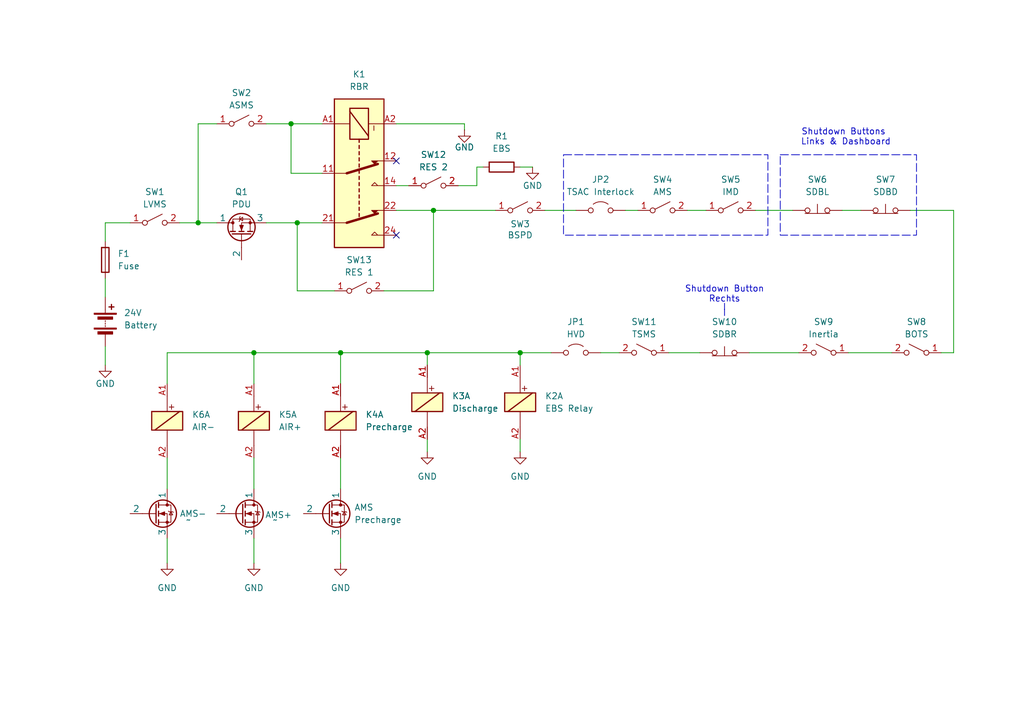
<source format=kicad_sch>
(kicad_sch (version 20231120) (generator "eeschema") (generator_version "8.0")
  (paper "A5")
  (lib_symbols
    (symbol "Device:Battery" (pin_numbers hide) (pin_names (offset 0) hide)
      (property "Reference" "BT" (at 2.54 2.54 0))
      (property "Value" "Battery" (at 2.54 0 0))
      (symbol "Battery_0_1"
        (rectangle (start -2.286 -1.27) (end 2.286 -1.524) (fill (type outline)))
        (rectangle (start -2.286 1.778) (end 2.286 1.524) (fill (type outline)))
        (rectangle (start -1.524 -2.032) (end 1.524 -2.54) (fill (type outline)))
        (rectangle (start -1.524 1.016) (end 1.524 0.508) (fill (type outline)))
        (polyline (pts (xy 0 -1.016) (xy 0 -0.762)))
        (polyline (pts (xy 0 -0.508) (xy 0 -0.254)))
        (polyline (pts (xy 0 0) (xy 0 0.254)))
        (polyline (pts (xy 0 1.778) (xy 0 2.54)))
        (polyline (pts (xy 0.762 3.048) (xy 1.778 3.048)) (stroke (width 0.254)))
        (polyline (pts (xy 1.27 3.556) (xy 1.27 2.54)) (stroke (width 0.254)))
      )
      (symbol "Battery_1_1"
        (pin passive line (at 0 5.08 270) (length 2.54) (name "+") (number "1"))
        (pin passive line (at 0 -5.08 90) (length 2.54) (name "-") (number "2"))
      )
    )
    (symbol "Device:Fuse" (pin_numbers hide) (pin_names (offset 0))
      (property "Reference" "F" (at 2.032 0 90))
      (property "Value" "Fuse" (at -1.905 0 90))
      (symbol "Fuse_0_1"
        (rectangle (start -0.762 -2.54) (end 0.762 2.54) (stroke (width 0.254)))
        (polyline (pts (xy 0 2.54) (xy 0 -2.54)))
      )
      (symbol "Fuse_1_1"
        (pin passive line (at 0 3.81 270) (length 1.27) (name "~") (number "1"))
        (pin passive line (at 0 -3.81 90) (length 1.27) (name "~") (number "2"))
      )
    )
    (symbol "FaSTTUBe_PnP:0Ω" (pin_numbers hide) (pin_names (offset 0))
      (property "Reference" "R" (at 2.032 0 90))
      (property "Value" "0Ω" (at -2.54 0 90))
      (symbol "0Ω_0_1"
        (rectangle (start -1.016 -2.54) (end 1.016 2.54) (stroke (width 0.254)))
      )
      (symbol "0Ω_1_1"
        (pin passive line (at 0 3.81 270) (length 1.27) (name "~") (number "1"))
        (pin passive line (at 0 -3.81 90) (length 1.27) (name "~") (number "2"))
      )
    )
    (symbol "Jumper:Jumper_2_Open" (pin_numbers hide) (pin_names (offset 0) hide) (exclude_from_sim yes)
      (property "Reference" "JP" (at 0 2.794 0))
      (property "Value" "Jumper_2_Open" (at 0 -2.286 0))
      (symbol "Jumper_2_Open_0_0"
        (circle (center -2.032 0) (radius 0.508))
        (circle (center 2.032 0) (radius 0.508))
      )
      (symbol "Jumper_2_Open_0_1"
        (arc (start 1.524 1.27) (mid 0 1.778) (end -1.524 1.27))
      )
      (symbol "Jumper_2_Open_1_1"
        (pin passive line (at -5.08 0 0) (length 2.54) (name "A") (number "1"))
        (pin passive line (at 5.08 0 180) (length 2.54) (name "B") (number "2"))
      )
    )
    (symbol "NMOS_1" (pin_numbers hide) (pin_names (offset 0))
      (property "Reference" "Q2" (at 6.35 1.2701 0))
      (property "Value" "NMOS" (at 6.35 -1.2699 0))
      (symbol "NMOS_1_0_1"
        (polyline (pts (xy 0.254 0) (xy -2.54 0)))
        (polyline (pts (xy 0.254 1.905) (xy 0.254 -1.905)) (stroke (width 0.254)))
        (polyline (pts (xy 0.762 -1.27) (xy 0.762 -2.286)) (stroke (width 0.254)))
        (polyline (pts (xy 0.762 0.508) (xy 0.762 -0.508)) (stroke (width 0.254)))
        (polyline (pts (xy 0.762 2.286) (xy 0.762 1.27)) (stroke (width 0.254)))
        (polyline (pts (xy 2.54 2.54) (xy 2.54 1.778)))
        (polyline (pts (xy 2.54 -2.54) (xy 2.54 0) (xy 0.762 0)))
        (polyline (pts (xy 0.762 -1.778) (xy 3.302 -1.778) (xy 3.302 1.778) (xy 0.762 1.778)))
        (polyline (pts (xy 1.016 0) (xy 2.032 0.381) (xy 2.032 -0.381) (xy 1.016 0)) (fill (type outline)))
        (polyline (pts (xy 2.794 0.508) (xy 2.921 0.381) (xy 3.683 0.381) (xy 3.81 0.254)))
        (polyline (pts (xy 3.302 0.381) (xy 2.921 -0.254) (xy 3.683 -0.254) (xy 3.302 0.381)))
        (circle (center 1.651 0) (radius 2.794) (stroke (width 0.254)))
        (circle (center 2.54 -1.778) (radius 0.254) (fill (type outline)))
        (circle (center 2.54 1.778) (radius 0.254) (fill (type outline)))
      )
      (symbol "NMOS_1_1_1"
        (pin passive line (at 2.54 5.08 270) (length 2.54) (name "1") (number "1"))
        (pin input line (at -5.08 0 0) (length 2.54) (name "2") (number "2"))
        (pin passive line (at 2.54 -5.08 90) (length 2.54) (name "3") (number "3"))
      )
    )
    (symbol "NMOS_2" (pin_numbers hide) (pin_names (offset 0))
      (property "Reference" "AMS+" (at 6.35 1.2701 0))
      (property "Value" "NMOS" (at 6.35 -1.2699 0))
      (symbol "NMOS_2_0_1"
        (polyline (pts (xy 0.254 0) (xy -2.54 0)))
        (polyline (pts (xy 0.254 1.905) (xy 0.254 -1.905)) (stroke (width 0.254)))
        (polyline (pts (xy 0.762 -1.27) (xy 0.762 -2.286)) (stroke (width 0.254)))
        (polyline (pts (xy 0.762 0.508) (xy 0.762 -0.508)) (stroke (width 0.254)))
        (polyline (pts (xy 0.762 2.286) (xy 0.762 1.27)) (stroke (width 0.254)))
        (polyline (pts (xy 2.54 2.54) (xy 2.54 1.778)))
        (polyline (pts (xy 2.54 -2.54) (xy 2.54 0) (xy 0.762 0)))
        (polyline (pts (xy 0.762 -1.778) (xy 3.302 -1.778) (xy 3.302 1.778) (xy 0.762 1.778)))
        (polyline (pts (xy 1.016 0) (xy 2.032 0.381) (xy 2.032 -0.381) (xy 1.016 0)) (fill (type outline)))
        (polyline (pts (xy 2.794 0.508) (xy 2.921 0.381) (xy 3.683 0.381) (xy 3.81 0.254)))
        (polyline (pts (xy 3.302 0.381) (xy 2.921 -0.254) (xy 3.683 -0.254) (xy 3.302 0.381)))
        (circle (center 1.651 0) (radius 2.794) (stroke (width 0.254)))
        (circle (center 2.54 -1.778) (radius 0.254) (fill (type outline)))
        (circle (center 2.54 1.778) (radius 0.254) (fill (type outline)))
      )
      (symbol "NMOS_2_1_1"
        (pin passive line (at 2.54 5.08 270) (length 2.54) (name "1") (number "1"))
        (pin input line (at -5.08 0 0) (length 2.54) (name "2") (number "2"))
        (pin passive line (at 2.54 -5.08 90) (length 2.54) (name "3") (number "3"))
      )
    )
    (symbol "NMOS_3" (pin_numbers hide) (pin_names (offset 0))
      (property "Reference" "AMS-" (at 6.35 1.2701 0))
      (property "Value" "NMOS" (at 6.35 -1.2699 0))
      (symbol "NMOS_3_0_1"
        (polyline (pts (xy 0.254 0) (xy -2.54 0)))
        (polyline (pts (xy 0.254 1.905) (xy 0.254 -1.905)) (stroke (width 0.254)))
        (polyline (pts (xy 0.762 -1.27) (xy 0.762 -2.286)) (stroke (width 0.254)))
        (polyline (pts (xy 0.762 0.508) (xy 0.762 -0.508)) (stroke (width 0.254)))
        (polyline (pts (xy 0.762 2.286) (xy 0.762 1.27)) (stroke (width 0.254)))
        (polyline (pts (xy 2.54 2.54) (xy 2.54 1.778)))
        (polyline (pts (xy 2.54 -2.54) (xy 2.54 0) (xy 0.762 0)))
        (polyline (pts (xy 0.762 -1.778) (xy 3.302 -1.778) (xy 3.302 1.778) (xy 0.762 1.778)))
        (polyline (pts (xy 1.016 0) (xy 2.032 0.381) (xy 2.032 -0.381) (xy 1.016 0)) (fill (type outline)))
        (polyline (pts (xy 2.794 0.508) (xy 2.921 0.381) (xy 3.683 0.381) (xy 3.81 0.254)))
        (polyline (pts (xy 3.302 0.381) (xy 2.921 -0.254) (xy 3.683 -0.254) (xy 3.302 0.381)))
        (circle (center 1.651 0) (radius 2.794) (stroke (width 0.254)))
        (circle (center 2.54 -1.778) (radius 0.254) (fill (type outline)))
        (circle (center 2.54 1.778) (radius 0.254) (fill (type outline)))
      )
      (symbol "NMOS_3_1_1"
        (pin passive line (at 2.54 5.08 270) (length 2.54) (name "1") (number "1"))
        (pin input line (at -5.08 0 0) (length 2.54) (name "2") (number "2"))
        (pin passive line (at 2.54 -5.08 90) (length 2.54) (name "3") (number "3"))
      )
    )
    (symbol "Relay:AZ850P1-x"
      (property "Reference" "K1" (at -20.32 0 90))
      (property "Value" "RSR" (at -17.78 0 90))
      (symbol "AZ850P1-x_0_0"
        (text "-" (at -9.271 2.921 0) (effects (font (size 1.27 1.27))))
      )
      (symbol "AZ850P1-x_0_1"
        (rectangle (start -15.24 5.08) (end 15.24 -5.08) (stroke (width 0.254)) (fill (type background)))
        (rectangle (start -13.335 1.905) (end -6.985 -1.905) (stroke (width 0.254)))
        (polyline (pts (xy -12.7 -1.905) (xy -7.62 1.905)) (stroke (width 0.254)))
        (polyline (pts (xy -10.16 -5.08) (xy -10.16 -1.905)))
        (polyline (pts (xy -10.16 5.08) (xy -10.16 1.905)))
        (polyline (pts (xy -6.985 0) (xy -6.35 0)) (stroke (width 0.254)))
        (polyline (pts (xy -5.715 0) (xy -5.08 0)) (stroke (width 0.254)))
        (polyline (pts (xy -4.445 0) (xy -3.81 0)) (stroke (width 0.254)))
        (polyline (pts (xy -3.175 0) (xy -2.54 0)) (stroke (width 0.254)))
        (polyline (pts (xy -1.905 0) (xy -1.27 0)) (stroke (width 0.254)))
        (polyline (pts (xy -0.635 0) (xy 0 0)) (stroke (width 0.254)))
        (polyline (pts (xy 0 -2.54) (xy -1.905 3.81)) (stroke (width 0.508)))
        (polyline (pts (xy 0 -2.54) (xy 0 -5.08)))
        (polyline (pts (xy 0.635 0) (xy 1.27 0)) (stroke (width 0.254)))
        (polyline (pts (xy 1.905 0) (xy 2.54 0)) (stroke (width 0.254)))
        (polyline (pts (xy 3.175 0) (xy 3.81 0)) (stroke (width 0.254)))
        (polyline (pts (xy 4.445 0) (xy 5.08 0)) (stroke (width 0.254)))
        (polyline (pts (xy 5.715 0) (xy 6.35 0)) (stroke (width 0.254)))
        (polyline (pts (xy 6.985 0) (xy 7.62 0)) (stroke (width 0.254)))
        (polyline (pts (xy 8.255 0) (xy 8.89 0)) (stroke (width 0.254)))
        (polyline (pts (xy 10.16 -2.54) (xy 8.255 3.81)) (stroke (width 0.508)))
        (polyline (pts (xy 10.16 -2.54) (xy 10.16 -5.08)))
        (polyline (pts (xy -2.54 5.08) (xy -2.54 2.54) (xy -1.905 3.175) (xy -2.54 3.81)) (fill (type outline)))
        (polyline (pts (xy 2.54 5.08) (xy 2.54 2.54) (xy 1.905 3.175) (xy 2.54 3.81)))
        (polyline (pts (xy 7.62 5.08) (xy 7.62 2.54) (xy 8.255 3.175) (xy 7.62 3.81)) (fill (type outline)))
        (polyline (pts (xy 12.7 5.08) (xy 12.7 2.54) (xy 12.065 3.175) (xy 12.7 3.81)))
      )
      (symbol "AZ850P1-x_1_1"
        (pin passive line (at 0 -7.62 90) (length 2.54) (name "~") (number "11"))
        (pin passive line (at -2.54 7.62 270) (length 2.54) (name "~") (number "12"))
        (pin passive line (at 2.54 7.62 270) (length 2.54) (name "~") (number "14"))
        (pin passive line (at 10.16 -7.62 90) (length 2.54) (name "~") (number "21"))
        (pin passive line (at 7.62 7.62 270) (length 2.54) (name "~") (number "22"))
        (pin passive line (at 12.7 7.62 270) (length 2.54) (name "~") (number "24"))
        (pin passive line (at -10.16 -7.62 90) (length 2.54) (name "") (number "A1"))
        (pin passive line (at -10.16 7.62 270) (length 2.54) (name "~") (number "A2"))
      )
    )
    (symbol "Relay:COTO_3660_Split"
      (property "Reference" "K" (at 5.08 2.54 0))
      (property "Value" "COTO_3660_Split" (at 5.08 0 0))
      (symbol "COTO_3660_Split_1_0"
        (text "+" (at 0.889 2.921 0) (effects (font (size 1.27 1.27))))
      )
      (symbol "COTO_3660_Split_1_1"
        (rectangle (start -3.175 1.905) (end 3.175 -1.905) (stroke (width 0.254)) (fill (type background)))
        (polyline (pts (xy -2.54 -1.905) (xy 2.54 1.905)) (stroke (width 0.254)))
        (polyline (pts (xy 0 -5.08) (xy 0 -1.905)))
        (polyline (pts (xy 0 5.08) (xy 0 1.905)))
        (pin passive line (at 0 7.62 270) (length 2.54) (name "~") (number "A1"))
        (pin passive line (at 0 -7.62 90) (length 2.54) (name "~") (number "A2"))
      )
      (symbol "COTO_3660_Split_2_1"
        (polyline (pts (xy -3.175 0) (xy -2.54 0)) (stroke (width 0.254)))
        (polyline (pts (xy -1.905 0) (xy -1.27 0)) (stroke (width 0.254)))
        (polyline (pts (xy 0 2.54) (xy -1.905 -3.81)) (stroke (width 0.508)))
        (polyline (pts (xy 0 2.54) (xy 0 5.08)))
        (polyline (pts (xy 0 -5.08) (xy 0 -2.54) (xy -0.635 -3.175) (xy 0 -3.81)))
        (pin passive line (at 0 7.62 270) (length 2.54) (name "~") (number "13"))
        (pin passive line (at 0 -7.62 90) (length 2.54) (name "~") (number "14"))
      )
      (symbol "COTO_3660_Split_3_1"
        (polyline (pts (xy -3.175 0) (xy -2.54 0)) (stroke (width 0.254)))
        (polyline (pts (xy -1.905 0) (xy -1.27 0)) (stroke (width 0.254)))
        (polyline (pts (xy 0 2.54) (xy -1.905 -3.81)) (stroke (width 0.508)))
        (polyline (pts (xy 0 2.54) (xy 0 5.08)))
        (polyline (pts (xy 0 -5.08) (xy 0 -2.54) (xy -0.635 -3.175) (xy 0 -3.81)))
        (pin passive line (at 0 7.62 270) (length 2.54) (name "~") (number "23"))
        (pin passive line (at 0 -7.62 90) (length 2.54) (name "~") (number "24"))
      )
      (symbol "COTO_3660_Split_4_1"
        (polyline (pts (xy -3.175 0) (xy -2.54 0)) (stroke (width 0.254)))
        (polyline (pts (xy -1.905 0) (xy -1.27 0)) (stroke (width 0.254)))
        (polyline (pts (xy 0 2.54) (xy -1.905 -3.81)) (stroke (width 0.508)))
        (polyline (pts (xy 0 2.54) (xy 0 5.08)))
        (polyline (pts (xy 1.27 3.81) (xy 1.27 -3.81)) (stroke (width 0) (type dash)))
        (polyline (pts (xy 0 5.08) (xy 1.27 5.08) (xy 1.27 3.81)))
        (polyline (pts (xy 0 -5.08) (xy 0 -2.54) (xy -0.635 -3.175) (xy 0 -3.81)))
        (circle (center 0 5.08) (radius 0.1524))
        (pin passive line (at 0 7.62 270) (length 2.54) (name "~") (number "33"))
        (pin passive line (at 0 -7.62 90) (length 2.54) (name "~") (number "34"))
      )
    )
    (symbol "Simulation_SPICE:NMOS" (pin_numbers hide) (pin_names (offset 0))
      (property "Reference" "Q1" (at 8.89 0 90))
      (property "Value" "PDU" (at 6.35 0 90))
      (symbol "NMOS_0_1"
        (polyline (pts (xy 0.254 0) (xy -2.54 0)))
        (polyline (pts (xy 0.254 1.905) (xy 0.254 -1.905)) (stroke (width 0.254)))
        (polyline (pts (xy 0.762 -1.27) (xy 0.762 -2.286)) (stroke (width 0.254)))
        (polyline (pts (xy 0.762 0.508) (xy 0.762 -0.508)) (stroke (width 0.254)))
        (polyline (pts (xy 0.762 2.286) (xy 0.762 1.27)) (stroke (width 0.254)))
        (polyline (pts (xy 2.54 2.54) (xy 2.54 1.778)))
        (polyline (pts (xy 2.54 -2.54) (xy 2.54 0) (xy 0.762 0)))
        (polyline (pts (xy 0.762 -1.778) (xy 3.302 -1.778) (xy 3.302 1.778) (xy 0.762 1.778)))
        (polyline (pts (xy 1.016 0) (xy 2.032 0.381) (xy 2.032 -0.381) (xy 1.016 0)) (fill (type outline)))
        (polyline (pts (xy 2.794 0.508) (xy 2.921 0.381) (xy 3.683 0.381) (xy 3.81 0.254)))
        (polyline (pts (xy 3.302 0.381) (xy 2.921 -0.254) (xy 3.683 -0.254) (xy 3.302 0.381)))
        (circle (center 1.651 0) (radius 2.794) (stroke (width 0.254)))
        (circle (center 2.54 -1.778) (radius 0.254) (fill (type outline)))
        (circle (center 2.54 1.778) (radius 0.254) (fill (type outline)))
      )
      (symbol "NMOS_1_1"
        (pin input line (at -5.08 0 0) (length 2.54) (name "2") (number ""))
        (pin passive line (at 2.54 5.08 270) (length 2.54) (name "1") (number "1"))
        (pin passive line (at 2.54 -5.08 90) (length 2.54) (name "3") (number "3"))
      )
    )
    (symbol "Switch:SW_Push_Open" (pin_numbers hide) (pin_names (offset 1.016) hide)
      (property "Reference" "SW" (at 0 2.54 0))
      (property "Value" "SW_Push_Open" (at 0 -1.905 0))
      (symbol "SW_Push_Open_0_1"
        (circle (center -2.032 0) (radius 0.508))
        (polyline (pts (xy -2.54 -0.635) (xy 2.54 -0.635)))
        (polyline (pts (xy 0 -0.635) (xy 0 1.27)))
        (circle (center 2.032 0) (radius 0.508))
        (pin passive line (at -5.08 0 0) (length 2.54) (name "A") (number "1"))
      )
      (symbol "SW_Push_Open_1_1"
        (pin passive line (at 5.08 0 180) (length 2.54) (name "B") (number "2"))
      )
    )
    (symbol "Switch:SW_SPST" (pin_names (offset 0) hide)
      (property "Reference" "SW" (at 0 3.175 0))
      (property "Value" "SW_SPST" (at 0 -2.54 0))
      (symbol "SW_SPST_0_0"
        (circle (center -2.032 0) (radius 0.508))
        (polyline (pts (xy -1.524 0.254) (xy 1.524 1.778)))
        (circle (center 2.032 0) (radius 0.508))
      )
      (symbol "SW_SPST_1_1"
        (pin passive line (at -5.08 0 0) (length 2.54) (name "A") (number "1"))
        (pin passive line (at 5.08 0 180) (length 2.54) (name "B") (number "2"))
      )
    )
    (symbol "power:GND" (power) (pin_numbers hide) (pin_names (offset 0) hide)
      (property "Value" "GND" (at 0 -3.81 0))
      (symbol "GND_0_1"
        (polyline (pts (xy 0 0) (xy 0 -1.27) (xy 1.27 -1.27) (xy 0 -2.54) (xy -1.27 -1.27) (xy 0 -1.27)))
      )
      (symbol "GND_1_1"
        (pin power_in line (at 0 0 270) (length 0) (name "~") (number "1"))
      )
    )
  )
  (junction (at 69.85 72.39))
  (junction (at 59.69 25.4))
  (junction (at 40.64 45.72))
  (junction (at 106.68 72.39))
  (junction (at 60.96 45.72))
  (junction (at 52.07 72.39))
  (junction (at 87.63 72.39))
  (junction (at 88.9 43.18))
  (no_connect (at 81.28 33.02))
  (no_connect (at 81.28 48.26))
  (wire (pts (xy 97.79 34.29) (xy 99.06 34.29)))
  (wire (pts (xy 54.61 25.4) (xy 59.69 25.4)))
  (wire (pts (xy 97.79 38.1) (xy 93.98 38.1)))
  (wire (pts (xy 34.29 72.39) (xy 52.07 72.39)))
  (wire (pts (xy 128.27 43.18) (xy 130.81 43.18)))
  (wire (pts (xy 81.28 43.18) (xy 88.9 43.18)))
  (wire (pts (xy 34.29 93.98) (xy 34.29 100.33)))
  (wire (pts (xy 109.22 34.29) (xy 106.68 34.29)))
  (wire (pts (xy 111.76 43.18) (xy 118.11 43.18)))
  (wire (pts (xy 60.96 45.72) (xy 66.04 45.72)))
  (wire (pts (xy 97.79 34.29) (xy 97.79 38.1)))
  (wire (pts (xy 193.04 72.39) (xy 195.58 72.39)))
  (wire (pts (xy 60.96 59.69) (xy 68.58 59.69)))
  (wire (pts (xy 69.85 72.39) (xy 69.85 78.74)))
  (wire (pts (xy 87.63 72.39) (xy 87.63 74.93)))
  (wire (pts (xy 186.69 43.18) (xy 195.58 43.18)))
  (wire (pts (xy 195.58 43.18) (xy 195.58 72.39)))
  (wire (pts (xy 59.69 25.4) (xy 59.69 35.56)))
  (wire (pts (xy 137.16 72.39) (xy 143.51 72.39)))
  (wire (pts (xy 154.94 43.18) (xy 162.56 43.18)))
  (wire (pts (xy 21.59 45.72) (xy 26.67 45.72)))
  (wire (pts (xy 52.07 72.39) (xy 69.85 72.39)))
  (wire (pts (xy 54.61 45.72) (xy 60.96 45.72)))
  (wire (pts (xy 69.85 72.39) (xy 87.63 72.39)))
  (wire (pts (xy 153.67 72.39) (xy 163.83 72.39)))
  (wire (pts (xy 172.72 43.18) (xy 176.53 43.18)))
  (wire (pts (xy 88.9 59.69) (xy 88.9 43.18)))
  (wire (pts (xy 40.64 45.72) (xy 44.45 45.72)))
  (wire (pts (xy 81.28 38.1) (xy 83.82 38.1)))
  (wire (pts (xy 87.63 72.39) (xy 106.68 72.39)))
  (wire (pts (xy 44.45 25.4) (xy 40.64 25.4)))
  (wire (pts (xy 88.9 43.18) (xy 101.6 43.18)))
  (wire (pts (xy 69.85 93.98) (xy 69.85 100.33)))
  (wire (pts (xy 34.29 72.39) (xy 34.29 78.74)))
  (wire (pts (xy 52.07 93.98) (xy 52.07 100.33)))
  (wire (pts (xy 81.28 25.4) (xy 95.25 25.4)))
  (wire (pts (xy 106.68 72.39) (xy 106.68 74.93)))
  (wire (pts (xy 87.63 90.17) (xy 87.63 92.71)))
  (wire (pts (xy 78.74 59.69) (xy 88.9 59.69)))
  (wire (pts (xy 123.19 72.39) (xy 127 72.39)))
  (wire (pts (xy 21.59 57.15) (xy 21.59 60.96)))
  (wire (pts (xy 36.83 45.72) (xy 40.64 45.72)))
  (wire (pts (xy 34.29 110.49) (xy 34.29 115.57)))
  (wire (pts (xy 21.59 71.12) (xy 21.59 74.93)))
  (wire (pts (xy 21.59 45.72) (xy 21.59 49.53)))
  (wire (pts (xy 59.69 35.56) (xy 66.04 35.56)))
  (wire (pts (xy 52.07 110.49) (xy 52.07 115.57)))
  (wire (pts (xy 59.69 25.4) (xy 66.04 25.4)))
  (wire (pts (xy 173.99 72.39) (xy 182.88 72.39)))
  (wire (pts (xy 69.85 110.49) (xy 69.85 115.57)))
  (wire (pts (xy 106.68 90.17) (xy 106.68 92.71)))
  (wire (pts (xy 60.96 45.72) (xy 60.96 59.69)))
  (wire (pts (xy 106.68 72.39) (xy 113.03 72.39)))
  (wire (pts (xy 140.97 43.18) (xy 144.78 43.18)))
  (wire (pts (xy 40.64 25.4) (xy 40.64 45.72)))
  (wire (pts (xy 52.07 72.39) (xy 52.07 78.74)))
  (wire (pts (xy 95.25 25.4) (xy 95.25 26.67)))
  (rectangle (start 148.59 63.5) (end 148.59 63.5))
  (rectangle (start 148.59 63.5) (end 148.59 63.5))
  (rectangle (start 160.02 31.75) (end 187.96 48.26) (stroke (width 0) (type dash)))
  (rectangle (start 148.59 63.5) (end 148.59 63.5))
  (rectangle (start 115.57 31.75) (end 157.48 48.26) (stroke (width 0) (type dash)))
  (rectangle (start 148.59 62.23) (end 148.59 64.77))
  (text "Shutdown Button\nRechts" (at 148.59 60.452 0) (effects (font (size 1.27 1.27))))
  (text "Shutdown Buttons \nLinks & Dashboard" (at 173.482 28.194 0) (effects (font (size 1.27 1.27))))
  (symbol (lib_id "Simulation_SPICE:NMOS") (at 49.53 48.26 90) (unit 1)
    (property "Reference" "Q1" (at 49.53 39.37 90))
    (property "Value" "PDU" (at 49.53 41.91 90))
    (property "Datasheet" "https://ngspice.sourceforge.io/docs/ngspice-html-manual/manual.xhtml#cha_MOSFETs" (effects (hide yes)))
    (property "Description" "N-MOSFET transistor, drain/source/gate" (effects (hide yes)))
    (property "Sim.Device" "NMOS" (effects (hide yes)))
    (property "Sim.Type" "VDMOS" (effects (hide yes)))
    (property "Sim.Pins" "1=D 2=G 3=S" (effects (hide yes)))
  )
  (symbol (lib_id "Device:Battery") (at 21.59 66.04 0) (unit 1)
    (property "Reference" "24V" (at 25.4 64.1984 0) (effects (justify left)))
    (property "Value" "Battery" (at 25.4 66.7384 0) (effects (justify left)))
    (property "Description" "Multiple-cell battery" (effects (hide yes)))
  )
  (symbol (lib_id "Relay:COTO_3660_Split") (at 106.68 82.55 0) (unit 1)
    (property "Reference" "K2" (at 111.76 81.2799 0) (effects (justify left)))
    (property "Value" "EBS Relay" (at 111.76 83.8199 0) (effects (justify left)))
    (property "Footprint" "Relay_THT:Relay_3PST_COTO_3660" (effects (hide yes)))
    (property "Datasheet" "https://cotorelay.com/wp-content/uploads/2014/09/3600_series_reed_relay_datasheet.pdf" (effects (hide yes)))
    (property "Description" "Low thermal EMF 3PST-NO reed relay, 150V 0.25A, similar to 3650 but with shared shield/contact, 30.48x16.76x12.06mm" (effects (hide yes)))
  )
  (symbol (lib_id "Switch:SW_Push_Open") (at 148.59 72.39 0) (unit 1)
    (property "Reference" "SW10" (at 148.59 66.04 0))
    (property "Value" "SDBR" (at 148.59 68.58 0))
    (property "Description" "Push button switch, push-to-open, generic, two pins" (effects (hide yes)))
  )
  (symbol (lib_id "Relay:AZ850P1-x") (at 73.66 35.56 270) (unit 1)
    (property "Reference" "K1" (at 73.66 15.24 90))
    (property "Value" "RBR" (at 73.66 17.78 90))
    (property "Footprint" "Relay_THT:Relay_DPDT_FRT5" (effects (hide yes)))
    (property "Datasheet" "http://www.azettler.com/pdfs/az850.pdf" (effects (hide yes)))
    (property "Description" "American Zettler, Microminiature Polarised Dual Pole Relay Bistable" (effects (hide yes)))
  )
  (symbol (lib_name "NMOS_2") (lib_id "Simulation_SPICE:NMOS") (at 49.53 105.41 0) (unit 1)
    (property "Reference" "AMS+" (at 54.356 105.664 0) (effects (justify left)))
    (property "Value" "~" (at 55.88 106.68 0) (effects (justify left)))
    (property "Datasheet" "https://ngspice.sourceforge.io/docs/ngspice-html-manual/manual.xhtml#cha_MOSFETs" (effects (hide yes)))
    (property "Description" "N-MOSFET transistor, drain/source/gate" (effects (hide yes)))
    (property "Sim.Device" "NMOS" (effects (hide yes)))
    (property "Sim.Type" "VDMOS" (effects (hide yes)))
    (property "Sim.Pins" "1=D 2=G 3=S" (effects (hide yes)))
  )
  (symbol (lib_id "Relay:COTO_3660_Split") (at 87.63 82.55 0) (unit 1)
    (property "Reference" "K3" (at 92.71 81.2799 0) (effects (justify left)))
    (property "Value" "Discharge" (at 92.71 83.8199 0) (effects (justify left)))
    (property "Footprint" "Relay_THT:Relay_3PST_COTO_3660" (effects (hide yes)))
    (property "Datasheet" "https://cotorelay.com/wp-content/uploads/2014/09/3600_series_reed_relay_datasheet.pdf" (effects (hide yes)))
    (property "Description" "Low thermal EMF 3PST-NO reed relay, 150V 0.25A, similar to 3650 but with shared shield/contact, 30.48x16.76x12.06mm" (effects (hide yes)))
  )
  (symbol (lib_name "NMOS_3") (lib_id "Simulation_SPICE:NMOS") (at 31.75 105.41 0) (unit 1)
    (property "Reference" "AMS-" (at 36.83 105.41 0) (effects (justify left)))
    (property "Value" "~" (at 38.1 106.68 0) (effects (justify left)))
    (property "Datasheet" "https://ngspice.sourceforge.io/docs/ngspice-html-manual/manual.xhtml#cha_MOSFETs" (effects (hide yes)))
    (property "Description" "N-MOSFET transistor, drain/source/gate" (effects (hide yes)))
    (property "Sim.Device" "NMOS" (effects (hide yes)))
    (property "Sim.Type" "VDMOS" (effects (hide yes)))
    (property "Sim.Pins" "1=D 2=G 3=S" (effects (hide yes)))
  )
  (symbol (lib_id "Device:Fuse") (at 21.59 53.34 0) (unit 1)
    (property "Reference" "F1" (at 24.13 52.0699 0) (effects (justify left)))
    (property "Value" "Fuse" (at 24.13 54.6099 0) (effects (justify left)))
    (property "Description" "Fuse" (effects (hide yes)))
  )
  (symbol (lib_id "power:GND") (at 87.63 92.71 0) (unit 1)
    (property "Reference" "#PWR07" (effects (hide yes)))
    (property "Value" "GND" (at 87.63 97.79 0))
    (property "Description" "Power symbol creates a global label with name \"GND\" , ground" (effects (hide yes)))
  )
  (symbol (lib_id "power:GND") (at 95.25 26.67 0) (unit 1)
    (property "Reference" "#PWR02" (effects (hide yes)))
    (property "Value" "GND" (at 95.25 30.226 0))
    (property "Description" "Power symbol creates a global label with name \"GND\" , ground" (effects (hide yes)))
  )
  (symbol (lib_id "Switch:SW_SPST") (at 31.75 45.72 0) (unit 1)
    (property "Reference" "SW1" (at 31.75 39.37 0))
    (property "Value" "LVMS" (at 31.75 41.91 0))
    (property "Description" "Single Pole Single Throw (SPST) switch" (effects (hide yes)))
  )
  (symbol (lib_id "power:GND") (at 106.68 92.71 0) (unit 1)
    (property "Reference" "#PWR08" (effects (hide yes)))
    (property "Value" "GND" (at 106.68 97.79 0))
    (property "Description" "Power symbol creates a global label with name \"GND\" , ground" (effects (hide yes)))
  )
  (symbol (lib_id "Switch:SW_SPST") (at 88.9 38.1 0) (unit 1)
    (property "Reference" "SW12" (at 88.9 31.75 0))
    (property "Value" "RES 2" (at 88.9 34.29 0))
    (property "Description" "Single Pole Single Throw (SPST) switch" (effects (hide yes)))
  )
  (symbol (lib_id "FaSTTUBe_PnP:0Ω") (at 102.87 34.29 270) (unit 1)
    (property "Reference" "R1" (at 102.87 27.94 90))
    (property "Value" "EBS" (at 102.87 30.48 90))
    (property "Footprint" "Resistor_SMD:R_0603_1608Metric" (effects (hide yes)))
    (property "Description" "(EBS)" (effects (hide yes)))
  )
  (symbol (lib_id "power:GND") (at 21.59 74.93 0) (unit 1)
    (property "Reference" "#PWR01" (effects (hide yes)))
    (property "Value" "GND" (at 21.59 78.74 0))
    (property "Description" "Power symbol creates a global label with name \"GND\" , ground" (effects (hide yes)))
  )
  (symbol (lib_id "Relay:COTO_3660_Split") (at 34.29 86.36 0) (unit 1)
    (property "Reference" "K6" (at 39.37 85.0899 0) (effects (justify left)))
    (property "Value" "AIR-" (at 39.37 87.6299 0) (effects (justify left)))
    (property "Footprint" "Relay_THT:Relay_3PST_COTO_3660" (effects (hide yes)))
    (property "Datasheet" "https://cotorelay.com/wp-content/uploads/2014/09/3600_series_reed_relay_datasheet.pdf" (effects (hide yes)))
    (property "Description" "Low thermal EMF 3PST-NO reed relay, 150V 0.25A, similar to 3650 but with shared shield/contact, 30.48x16.76x12.06mm" (effects (hide yes)))
  )
  (symbol (lib_id "power:GND") (at 34.29 115.57 0) (unit 1)
    (property "Reference" "#PWR04" (effects (hide yes)))
    (property "Value" "GND" (at 34.29 120.65 0))
    (property "Description" "Power symbol creates a global label with name \"GND\" , ground" (effects (hide yes)))
  )
  (symbol (lib_id "Switch:SW_SPST") (at 106.68 43.18 0) (unit 1)
    (property "Reference" "SW3" (at 106.68 45.974 0))
    (property "Value" "BSPD" (at 106.68 48.26 0))
    (property "Description" "Single Pole Single Throw (SPST) switch" (effects (hide yes)))
  )
  (symbol (lib_id "Switch:SW_SPST") (at 187.96 72.39 0) (mirror y) (unit 1)
    (property "Reference" "SW8" (at 187.96 66.04 0))
    (property "Value" "BOTS" (at 187.96 68.58 0))
    (property "Description" "Single Pole Single Throw (SPST) switch" (effects (hide yes)))
  )
  (symbol (lib_name "NMOS_1") (lib_id "Simulation_SPICE:NMOS") (at 67.31 105.41 0) (unit 1)
    (property "Reference" "AMS" (at 72.644 104.14 0) (effects (justify left)))
    (property "Value" "Precharge" (at 72.644 106.68 0) (effects (justify left)))
    (property "Datasheet" "https://ngspice.sourceforge.io/docs/ngspice-html-manual/manual.xhtml#cha_MOSFETs" (effects (hide yes)))
    (property "Description" "N-MOSFET transistor, drain/source/gate" (effects (hide yes)))
    (property "Sim.Device" "NMOS" (effects (hide yes)))
    (property "Sim.Type" "VDMOS" (effects (hide yes)))
    (property "Sim.Pins" "1=D 2=G 3=S" (effects (hide yes)))
  )
  (symbol (lib_id "power:GND") (at 109.22 34.29 0) (unit 1)
    (property "Reference" "#PWR03" (effects (hide yes)))
    (property "Value" "GND" (at 109.22 38.1 0))
    (property "Description" "Power symbol creates a global label with name \"GND\" , ground" (effects (hide yes)))
  )
  (symbol (lib_id "Relay:COTO_3660_Split") (at 69.85 86.36 0) (unit 1)
    (property "Reference" "K4" (at 74.93 85.0899 0) (effects (justify left)))
    (property "Value" "Precharge" (at 74.93 87.6299 0) (effects (justify left)))
    (property "Footprint" "Relay_THT:Relay_3PST_COTO_3660" (effects (hide yes)))
    (property "Datasheet" "https://cotorelay.com/wp-content/uploads/2014/09/3600_series_reed_relay_datasheet.pdf" (effects (hide yes)))
    (property "Description" "Low thermal EMF 3PST-NO reed relay, 150V 0.25A, similar to 3650 but with shared shield/contact, 30.48x16.76x12.06mm" (effects (hide yes)))
  )
  (symbol (lib_id "Switch:SW_SPST") (at 168.91 72.39 0) (mirror y) (unit 1)
    (property "Reference" "SW9" (at 168.91 66.04 0))
    (property "Value" "Inertia" (at 168.91 68.58 0))
    (property "Description" "Single Pole Single Throw (SPST) switch" (effects (hide yes)))
  )
  (symbol (lib_id "Switch:SW_Push_Open") (at 167.64 43.18 0) (unit 1)
    (property "Reference" "SW6" (at 167.64 36.83 0))
    (property "Value" "SDBL" (at 167.64 39.37 0))
    (property "Description" "Push button switch, push-to-open, generic, two pins" (effects (hide yes)))
  )
  (symbol (lib_id "Switch:SW_SPST") (at 135.89 43.18 0) (unit 1)
    (property "Reference" "SW4" (at 135.89 36.83 0))
    (property "Value" "AMS" (at 135.89 39.37 0))
    (property "Description" "Single Pole Single Throw (SPST) switch" (effects (hide yes)))
  )
  (symbol (lib_id "Jumper:Jumper_2_Open") (at 123.19 43.18 0) (unit 1) (exclude_from_sim yes)
    (property "Reference" "JP2" (at 123.19 36.83 0))
    (property "Value" "TSAC Interlock" (at 123.19 39.37 0))
    (property "Description" "Jumper, 2-pole, open" (effects (hide yes)))
  )
  (symbol (lib_id "Jumper:Jumper_2_Open") (at 118.11 72.39 0) (unit 1) (exclude_from_sim yes)
    (property "Reference" "JP1" (at 118.11 66.04 0))
    (property "Value" "HVD" (at 118.11 68.58 0))
    (property "Description" "Jumper, 2-pole, open" (effects (hide yes)))
  )
  (symbol (lib_id "Switch:SW_Push_Open") (at 181.61 43.18 0) (unit 1)
    (property "Reference" "SW7" (at 181.61 36.83 0))
    (property "Value" "SDBD" (at 181.61 39.37 0))
    (property "Description" "Push button switch, push-to-open, generic, two pins" (effects (hide yes)))
  )
  (symbol (lib_id "power:GND") (at 52.07 115.57 0) (unit 1)
    (property "Reference" "#PWR05" (effects (hide yes)))
    (property "Value" "GND" (at 52.07 120.65 0))
    (property "Description" "Power symbol creates a global label with name \"GND\" , ground" (effects (hide yes)))
  )
  (symbol (lib_id "Relay:COTO_3660_Split") (at 52.07 86.36 0) (unit 1)
    (property "Reference" "K5" (at 57.15 85.0899 0) (effects (justify left)))
    (property "Value" "AIR+" (at 57.15 87.6299 0) (effects (justify left)))
    (property "Footprint" "Relay_THT:Relay_3PST_COTO_3660" (effects (hide yes)))
    (property "Datasheet" "https://cotorelay.com/wp-content/uploads/2014/09/3600_series_reed_relay_datasheet.pdf" (effects (hide yes)))
    (property "Description" "Low thermal EMF 3PST-NO reed relay, 150V 0.25A, similar to 3650 but with shared shield/contact, 30.48x16.76x12.06mm" (effects (hide yes)))
  )
  (symbol (lib_id "power:GND") (at 69.85 115.57 0) (unit 1)
    (property "Reference" "#PWR06" (effects (hide yes)))
    (property "Value" "GND" (at 69.85 120.65 0))
    (property "Description" "Power symbol creates a global label with name \"GND\" , ground" (effects (hide yes)))
  )
  (symbol (lib_id "Switch:SW_SPST") (at 73.66 59.69 0) (unit 1)
    (property "Reference" "SW13" (at 73.66 53.34 0))
    (property "Value" "RES 1" (at 73.66 55.88 0))
    (property "Description" "Single Pole Single Throw (SPST) switch" (effects (hide yes)))
  )
  (symbol (lib_id "Switch:SW_SPST") (at 132.08 72.39 0) (mirror y) (unit 1)
    (property "Reference" "SW11" (at 132.08 66.04 0))
    (property "Value" "TSMS" (at 132.08 68.58 0))
    (property "Description" "Single Pole Single Throw (SPST) switch" (effects (hide yes)))
  )
  (symbol (lib_id "Switch:SW_SPST") (at 149.86 43.18 0) (unit 1)
    (property "Reference" "SW5" (at 149.86 36.83 0))
    (property "Value" "IMD" (at 149.86 39.37 0))
    (property "Description" "Single Pole Single Throw (SPST) switch" (effects (hide yes)))
  )
  (symbol (lib_id "Switch:SW_SPST") (at 49.53 25.4 0) (unit 1)
    (property "Reference" "SW2" (at 49.53 19.05 0))
    (property "Value" "ASMS" (at 49.53 21.59 0))
    (property "Description" "Single Pole Single Throw (SPST) switch" (effects (hide yes)))
  )
)
</source>
